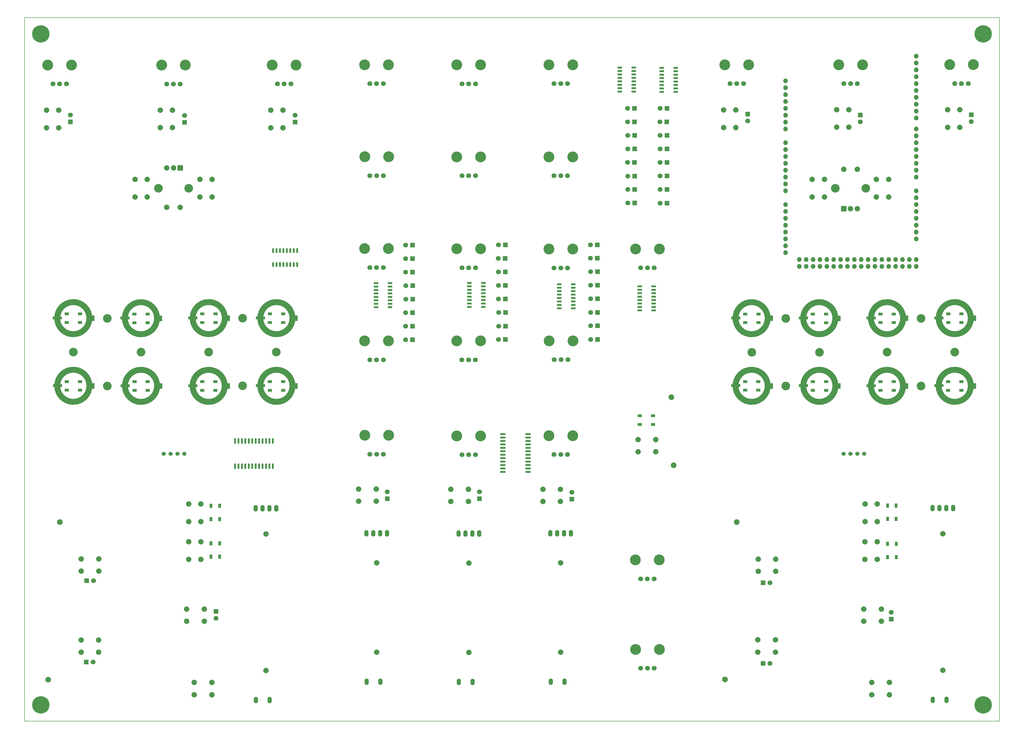
<source format=gbr>
%TF.GenerationSoftware,KiCad,Pcbnew,(5.99.0-11071-g7fde05e8ee)*%
%TF.CreationDate,2021-07-29T16:05:04+02:00*%
%TF.ProjectId,Mixduino,4d697864-7569-46e6-9f2e-6b696361645f,rev?*%
%TF.SameCoordinates,Original*%
%TF.FileFunction,Soldermask,Top*%
%TF.FilePolarity,Negative*%
%FSLAX46Y46*%
G04 Gerber Fmt 4.6, Leading zero omitted, Abs format (unit mm)*
G04 Created by KiCad (PCBNEW (5.99.0-11071-g7fde05e8ee)) date 2021-07-29 16:05:04*
%MOMM*%
%LPD*%
G01*
G04 APERTURE LIST*
G04 Aperture macros list*
%AMRoundRect*
0 Rectangle with rounded corners*
0 $1 Rounding radius*
0 $2 $3 $4 $5 $6 $7 $8 $9 X,Y pos of 4 corners*
0 Add a 4 corners polygon primitive as box body*
4,1,4,$2,$3,$4,$5,$6,$7,$8,$9,$2,$3,0*
0 Add four circle primitives for the rounded corners*
1,1,$1+$1,$2,$3*
1,1,$1+$1,$4,$5*
1,1,$1+$1,$6,$7*
1,1,$1+$1,$8,$9*
0 Add four rect primitives between the rounded corners*
20,1,$1+$1,$2,$3,$4,$5,0*
20,1,$1+$1,$4,$5,$6,$7,0*
20,1,$1+$1,$6,$7,$8,$9,0*
20,1,$1+$1,$8,$9,$2,$3,0*%
G04 Aperture macros list end*
%TA.AperFunction,Profile*%
%ADD10C,0.150000*%
%TD*%
%ADD11C,2.200000*%
%ADD12O,1.727200X1.727200*%
%ADD13RoundRect,0.150000X0.725000X0.150000X-0.725000X0.150000X-0.725000X-0.150000X0.725000X-0.150000X0*%
%ADD14R,1.800000X1.800000*%
%ADD15C,1.800000*%
%ADD16C,2.000000*%
%ADD17O,1.600000X2.400000*%
%ADD18O,1.600000X2.462000*%
%ADD19C,2.100000*%
%ADD20R,1.500000X1.000000*%
%ADD21R,3.500000X0.989531*%
%ADD22R,1.000000X2.000000*%
%ADD23C,6.400000*%
%ADD24C,3.600000*%
%ADD25C,3.200000*%
%ADD26C,4.000000*%
%ADD27C,1.524000*%
%ADD28R,2.000000X2.000000*%
%ADD29RoundRect,0.150000X0.150000X-0.875000X0.150000X0.875000X-0.150000X0.875000X-0.150000X-0.875000X0*%
%ADD30RoundRect,0.150000X0.150000X-0.725000X0.150000X0.725000X-0.150000X0.725000X-0.150000X-0.725000X0*%
%ADD31R,1.000000X1.500000*%
%ADD32RoundRect,0.150000X-0.725000X-0.150000X0.725000X-0.150000X0.725000X0.150000X-0.725000X0.150000X0*%
%ADD33RoundRect,0.150000X-0.875000X-0.150000X0.875000X-0.150000X0.875000X0.150000X-0.875000X0.150000X0*%
G04 APERTURE END LIST*
D10*
X479000000Y-311000000D02*
X119000000Y-311000000D01*
X119000000Y-311000000D02*
X119000000Y-51000000D01*
X479000000Y-51000000D02*
X479000000Y-311000000D01*
X119000000Y-51000000D02*
X479000000Y-51000000D01*
D11*
%TO.C,SW22*%
X142930000Y-187030000D02*
G75*
G03*
X142930000Y-187030000I-5939697J0D01*
G01*
%TO.C,SW1*%
X142920000Y-162030000D02*
G75*
G03*
X142920000Y-162030000I-5939697J0D01*
G01*
%TO.C,SW6*%
X167905000Y-162054900D02*
G75*
G03*
X167905000Y-162054900I-5939697J0D01*
G01*
%TO.C,SW38*%
X217925000Y-187044900D02*
G75*
G03*
X217925000Y-187044900I-5939697J0D01*
G01*
%TO.C,SW17*%
X217925000Y-162024900D02*
G75*
G03*
X217925000Y-162024900I-5939697J0D01*
G01*
%TO.C,SW7*%
X418385000Y-162054900D02*
G75*
G03*
X418385000Y-162054900I-5939697J0D01*
G01*
%TO.C,SW35*%
X468405000Y-187034900D02*
G75*
G03*
X468405000Y-187034900I-5939697J0D01*
G01*
%TO.C,SW18*%
X468410000Y-162020000D02*
G75*
G03*
X468410000Y-162020000I-5939697J0D01*
G01*
%TO.C,SW15*%
X443405000Y-162044900D02*
G75*
G03*
X443405000Y-162044900I-5939697J0D01*
G01*
%TO.C,SW32*%
X192905000Y-187054900D02*
G75*
G03*
X192905000Y-187054900I-5939697J0D01*
G01*
%TO.C,SW27*%
X418415000Y-187044900D02*
G75*
G03*
X418415000Y-187044900I-5939697J0D01*
G01*
%TO.C,SW31*%
X443385000Y-187054900D02*
G75*
G03*
X443385000Y-187054900I-5939697J0D01*
G01*
%TO.C,SW11*%
X192940000Y-162010000D02*
G75*
G03*
X192940000Y-162010000I-5939697J0D01*
G01*
%TO.C,SW2*%
X393395000Y-162044900D02*
G75*
G03*
X393395000Y-162044900I-5939697J0D01*
G01*
%TO.C,SW28*%
X167935000Y-187054900D02*
G75*
G03*
X167935000Y-187054900I-5939697J0D01*
G01*
%TO.C,SW23*%
X393400000Y-187040000D02*
G75*
G03*
X393400000Y-187040000I-5939697J0D01*
G01*
%TD*%
D12*
%TO.C,XA1*%
X399957500Y-74315000D03*
X399957500Y-81935000D03*
X399957500Y-84475000D03*
X448217500Y-140355000D03*
X448217500Y-142895000D03*
X399957500Y-97175000D03*
X399957500Y-99715000D03*
X399957500Y-102255000D03*
X399957500Y-104795000D03*
X399957500Y-107335000D03*
X399957500Y-109875000D03*
X399957500Y-112415000D03*
X399957500Y-114955000D03*
X399957500Y-120035000D03*
X399957500Y-122575000D03*
X399957500Y-125115000D03*
X399957500Y-127655000D03*
X399957500Y-130195000D03*
X399957500Y-132735000D03*
X399957500Y-135275000D03*
X399957500Y-137815000D03*
X448217500Y-70251000D03*
X448217500Y-109875000D03*
X448217500Y-107335000D03*
X448217500Y-104795000D03*
X448217500Y-102255000D03*
X448217500Y-99715000D03*
X448217500Y-97175000D03*
X448217500Y-94635000D03*
X448217500Y-92095000D03*
X448217500Y-88031000D03*
X448217500Y-85491000D03*
X448217500Y-82951000D03*
X448217500Y-80411000D03*
X448217500Y-77871000D03*
X448217500Y-75331000D03*
X448217500Y-114955000D03*
X448217500Y-117495000D03*
X448217500Y-120035000D03*
X448217500Y-122575000D03*
X448217500Y-125115000D03*
X448217500Y-127655000D03*
X448217500Y-130195000D03*
X448217500Y-132735000D03*
X445677500Y-140355000D03*
X445677500Y-142895000D03*
X443137500Y-140355000D03*
X443137500Y-142895000D03*
X440597500Y-140355000D03*
X440597500Y-142895000D03*
X438057500Y-140355000D03*
X438057500Y-142895000D03*
X435517500Y-140355000D03*
X435517500Y-142895000D03*
X432977500Y-140355000D03*
X432977500Y-142895000D03*
X430437500Y-140355000D03*
X430437500Y-142895000D03*
X427897500Y-140355000D03*
X427897500Y-142895000D03*
X425357500Y-140355000D03*
X425357500Y-142895000D03*
X422817500Y-140355000D03*
X422817500Y-142895000D03*
X420277500Y-140355000D03*
X420277500Y-142895000D03*
X417737500Y-140355000D03*
X417737500Y-142895000D03*
X415197500Y-140355000D03*
X415197500Y-142895000D03*
X412657500Y-140355000D03*
X412657500Y-142895000D03*
X410117500Y-140355000D03*
X410117500Y-142895000D03*
X407577500Y-140355000D03*
X407577500Y-142895000D03*
X448217500Y-72791000D03*
X399957500Y-87015000D03*
X399957500Y-89555000D03*
X405037500Y-140355000D03*
X405037500Y-142895000D03*
X399957500Y-76855000D03*
X399957500Y-79395000D03*
X448217500Y-65171000D03*
X448217500Y-67711000D03*
X399957500Y-92095000D03*
%TD*%
D13*
%TO.C,UVU-LINE3*%
X321580000Y-158380000D03*
X321580000Y-157110000D03*
X321580000Y-155840000D03*
X321580000Y-154570000D03*
X321580000Y-153300000D03*
X321580000Y-152030000D03*
X321580000Y-150760000D03*
X321580000Y-149490000D03*
X316430000Y-149490000D03*
X316430000Y-150760000D03*
X316430000Y-152030000D03*
X316430000Y-153300000D03*
X316430000Y-154570000D03*
X316430000Y-155840000D03*
X316430000Y-157110000D03*
X316430000Y-158380000D03*
%TD*%
D14*
%TO.C,D17*%
X296535000Y-154950000D03*
D15*
X293995000Y-154950000D03*
%TD*%
D16*
%TO.C,SW44*%
X428868839Y-274080000D03*
X435368839Y-274080000D03*
X435368839Y-269580000D03*
X428868839Y-269580000D03*
%TD*%
%TO.C,SW19*%
X179570000Y-244690000D03*
X179570000Y-251190000D03*
X184070000Y-244690000D03*
X184070000Y-251190000D03*
%TD*%
%TO.C,RV1*%
X249000000Y-285500000D03*
X249000000Y-252500000D03*
D17*
X245190000Y-241568000D03*
X250270000Y-241568000D03*
X247730000Y-241568000D03*
D18*
X252810000Y-241568000D03*
D17*
X250380000Y-296432000D03*
X245300000Y-296432000D03*
%TD*%
D14*
%TO.C,D14*%
X296530000Y-169960000D03*
D15*
X293990000Y-169960000D03*
%TD*%
D19*
%TO.C,REF\u002A\u002A*%
X127700000Y-295620000D03*
%TD*%
D20*
%TO.C,NP2*%
X159555000Y-160504900D03*
X159555000Y-163704900D03*
X164455000Y-163704900D03*
X164455000Y-160504900D03*
%TD*%
D16*
%TO.C,SW8*%
X146400000Y-251010000D03*
X139900000Y-251010000D03*
X139900000Y-255510000D03*
X146400000Y-255510000D03*
%TD*%
D21*
%TO.C,SW22*%
X131130000Y-186959531D03*
D22*
X144330000Y-187070000D03*
%TD*%
D20*
%TO.C,NP19*%
X346150000Y-198100000D03*
X346150000Y-201300000D03*
X351050000Y-201300000D03*
X351050000Y-198100000D03*
%TD*%
D14*
%TO.C,D3*%
X262245000Y-159990000D03*
D15*
X259705000Y-159990000D03*
%TD*%
D23*
%TO.C,REF\u002A\u002A*%
X473000000Y-57000000D03*
D24*
X473000000Y-57000000D03*
%TD*%
D16*
%TO.C,SW21*%
X352030000Y-211390000D03*
X345530000Y-211390000D03*
X345530000Y-206890000D03*
X352030000Y-206890000D03*
%TD*%
D20*
%TO.C,NP13*%
X410065000Y-185510000D03*
X410065000Y-188710000D03*
X414965000Y-188710000D03*
X414965000Y-185510000D03*
%TD*%
D25*
%TO.C,REF\u002A\u002A*%
X149520000Y-162090000D03*
%TD*%
D16*
%TO.C,SW14*%
X316880000Y-225270000D03*
X310380000Y-225270000D03*
X310380000Y-229770000D03*
X316880000Y-229770000D03*
%TD*%
D26*
%TO.C,RV20*%
X136350000Y-68470000D03*
X127550000Y-68470000D03*
D15*
X134450000Y-75470000D03*
X131950000Y-75470000D03*
X129450000Y-75470000D03*
%TD*%
D20*
%TO.C,NP1*%
X134570000Y-160480000D03*
X134570000Y-163680000D03*
X139470000Y-163680000D03*
X139470000Y-160480000D03*
%TD*%
D26*
%TO.C,RV22*%
X210460000Y-68460000D03*
X219260000Y-68460000D03*
D15*
X217360000Y-75460000D03*
X214860000Y-75460000D03*
X212360000Y-75460000D03*
%TD*%
D27*
%TO.C,TB1*%
X170390000Y-212180000D03*
X172930000Y-212180000D03*
X175470000Y-212180000D03*
X178010000Y-212180000D03*
%TD*%
D19*
%TO.C,REF\u002A\u002A*%
X377670000Y-295600000D03*
%TD*%
D16*
%TO.C,SW33*%
X169090000Y-85140000D03*
X169090000Y-91640000D03*
X173590000Y-85140000D03*
X173590000Y-91640000D03*
%TD*%
%TO.C,SW25*%
X433840000Y-237250000D03*
X433840000Y-230750000D03*
X429340000Y-237250000D03*
X429340000Y-230750000D03*
%TD*%
%TO.C,RV7*%
X283080000Y-252570000D03*
X283080000Y-285570000D03*
D17*
X284350000Y-241638000D03*
X279270000Y-241638000D03*
D18*
X286890000Y-241638000D03*
D17*
X281810000Y-241638000D03*
X279380000Y-296502000D03*
X284460000Y-296502000D03*
%TD*%
D14*
%TO.C,D38*%
X344265000Y-119500000D03*
D15*
X341725000Y-119500000D03*
%TD*%
D21*
%TO.C,SW1*%
X131120000Y-161959531D03*
D22*
X144320000Y-162070000D03*
%TD*%
D14*
%TO.C,D22*%
X252910000Y-228735000D03*
D15*
X252910000Y-226195000D03*
%TD*%
D14*
%TO.C,D54*%
X189685363Y-270450904D03*
D15*
X189685363Y-272990904D03*
%TD*%
D21*
%TO.C,SW6*%
X156105000Y-161984431D03*
D22*
X169305000Y-162094900D03*
%TD*%
D19*
%TO.C,REF\u002A\u002A*%
X132000000Y-237430000D03*
%TD*%
D16*
%TO.C,SW12*%
X181662000Y-296708000D03*
X188162000Y-296708000D03*
X181662000Y-301208000D03*
X188162000Y-301208000D03*
%TD*%
D14*
%TO.C,D46*%
X356255000Y-119510000D03*
D15*
X353715000Y-119510000D03*
%TD*%
D26*
%TO.C,RV8*%
X287400000Y-205550000D03*
X278600000Y-205550000D03*
D15*
X285500000Y-212550000D03*
X283000000Y-212550000D03*
X280500000Y-212550000D03*
%TD*%
D26*
%TO.C,RV12*%
X278610000Y-68440000D03*
X287410000Y-68440000D03*
D15*
X285510000Y-75440000D03*
X283010000Y-75440000D03*
X280510000Y-75440000D03*
%TD*%
D14*
%TO.C,D9*%
X141765000Y-289150000D03*
D15*
X144305000Y-289150000D03*
%TD*%
D14*
%TO.C,D31*%
X330585000Y-164880000D03*
D15*
X328045000Y-164880000D03*
%TD*%
D14*
%TO.C,D1*%
X262265000Y-170020000D03*
D15*
X259725000Y-170020000D03*
%TD*%
D14*
%TO.C,D25*%
X391675000Y-289630000D03*
D15*
X394215000Y-289630000D03*
%TD*%
D14*
%TO.C,D37*%
X330505000Y-134930000D03*
D15*
X327965000Y-134930000D03*
%TD*%
D14*
%TO.C,D49*%
X356185000Y-104450000D03*
D15*
X353645000Y-104450000D03*
%TD*%
D16*
%TO.C,RV23*%
X458100000Y-241720000D03*
X458100000Y-292220000D03*
D17*
X459370000Y-232220000D03*
X454290000Y-232220000D03*
D18*
X461910000Y-232220000D03*
D17*
X456830000Y-232220000D03*
X459400000Y-303120000D03*
X454320000Y-303120000D03*
%TD*%
D25*
%TO.C,REF\u002A\u002A*%
X211980000Y-174570000D03*
%TD*%
D21*
%TO.C,SW38*%
X206125000Y-186974431D03*
D22*
X219325000Y-187084900D03*
%TD*%
D16*
%TO.C,SW4*%
X396260000Y-280960000D03*
X389760000Y-280960000D03*
X396260000Y-285460000D03*
X389760000Y-285460000D03*
%TD*%
%TO.C,SW41*%
X159780000Y-117280000D03*
X159780000Y-110780000D03*
X164280000Y-110780000D03*
X164280000Y-117280000D03*
%TD*%
D14*
%TO.C,D11*%
X135900000Y-89475000D03*
D15*
X135900000Y-86935000D03*
%TD*%
D26*
%TO.C,RV11*%
X278590000Y-102400000D03*
X287390000Y-102400000D03*
D15*
X285490000Y-109400000D03*
X282990000Y-109400000D03*
X280490000Y-109400000D03*
%TD*%
D14*
%TO.C,D41*%
X344225000Y-104500000D03*
D15*
X341685000Y-104500000D03*
%TD*%
D14*
%TO.C,D16*%
X296575000Y-159970000D03*
D15*
X294035000Y-159970000D03*
%TD*%
D28*
%TO.C,SW26*%
X421490000Y-121550000D03*
D16*
X426490000Y-121550000D03*
X423990000Y-121550000D03*
D25*
X429590000Y-114050000D03*
X418390000Y-114050000D03*
D16*
X426490000Y-107050000D03*
X421490000Y-107050000D03*
%TD*%
D25*
%TO.C,REF\u002A\u002A*%
X186980000Y-174580000D03*
%TD*%
D14*
%TO.C,D55*%
X439050000Y-273305000D03*
D15*
X439050000Y-270765000D03*
%TD*%
D14*
%TO.C,D27*%
X386004000Y-86583000D03*
D15*
X386004000Y-89123000D03*
%TD*%
D25*
%TO.C,REF\u002A\u002A*%
X400050000Y-162120000D03*
%TD*%
D14*
%TO.C,D4*%
X262285000Y-155000000D03*
D15*
X259745000Y-155000000D03*
%TD*%
D14*
%TO.C,D30*%
X330535000Y-169890000D03*
D15*
X327995000Y-169890000D03*
%TD*%
D25*
%TO.C,REF\u002A\u002A*%
X387560000Y-174620000D03*
%TD*%
D24*
%TO.C,REF\u002A\u002A*%
X125000000Y-57000000D03*
D23*
X125000000Y-57000000D03*
%TD*%
D14*
%TO.C,D21*%
X296485000Y-134950000D03*
D15*
X293945000Y-134950000D03*
%TD*%
D16*
%TO.C,SW13*%
X438352000Y-296708000D03*
X431852000Y-296708000D03*
X438352000Y-301208000D03*
X431852000Y-301208000D03*
%TD*%
D21*
%TO.C,SW17*%
X206125000Y-161954431D03*
D22*
X219325000Y-162064900D03*
%TD*%
D29*
%TO.C,IC-MPLEX-2*%
X196723000Y-216740000D03*
X197993000Y-216740000D03*
X199263000Y-216740000D03*
X200533000Y-216740000D03*
X201803000Y-216740000D03*
X203073000Y-216740000D03*
X204343000Y-216740000D03*
X205613000Y-216740000D03*
X206883000Y-216740000D03*
X208153000Y-216740000D03*
X209423000Y-216740000D03*
X210693000Y-216740000D03*
X210693000Y-207440000D03*
X209423000Y-207440000D03*
X208153000Y-207440000D03*
X206883000Y-207440000D03*
X205613000Y-207440000D03*
X204343000Y-207440000D03*
X203073000Y-207440000D03*
X201803000Y-207440000D03*
X200533000Y-207440000D03*
X199263000Y-207440000D03*
X197993000Y-207440000D03*
X196723000Y-207440000D03*
%TD*%
D19*
%TO.C,REF\u002A\u002A*%
X381960000Y-237410000D03*
%TD*%
D14*
%TO.C,D50*%
X356225000Y-99490000D03*
D15*
X353685000Y-99490000D03*
%TD*%
D16*
%TO.C,SW3*%
X139860000Y-281010000D03*
X146360000Y-281010000D03*
X146360000Y-285510000D03*
X139860000Y-285510000D03*
%TD*%
%TO.C,SW34*%
X423334000Y-91458000D03*
X423334000Y-84958000D03*
X418834000Y-91458000D03*
X418834000Y-84958000D03*
%TD*%
D25*
%TO.C,REF\u002A\u002A*%
X462510000Y-174590000D03*
%TD*%
D16*
%TO.C,SW43*%
X178850000Y-269550000D03*
X185350000Y-269550000D03*
X185350000Y-274050000D03*
X178850000Y-274050000D03*
%TD*%
D26*
%TO.C,RV24*%
X386390000Y-68380000D03*
X377590000Y-68380000D03*
D15*
X384490000Y-75380000D03*
X381990000Y-75380000D03*
X379490000Y-75380000D03*
%TD*%
D14*
%TO.C,D12*%
X178060000Y-89625000D03*
D15*
X178060000Y-87085000D03*
%TD*%
D26*
%TO.C,RV5*%
X253390000Y-102380000D03*
X244590000Y-102380000D03*
D15*
X251490000Y-109380000D03*
X248990000Y-109380000D03*
X246490000Y-109380000D03*
%TD*%
D26*
%TO.C,RV17*%
X321400000Y-102420000D03*
X312600000Y-102420000D03*
D15*
X319500000Y-109420000D03*
X317000000Y-109420000D03*
X314500000Y-109420000D03*
%TD*%
D14*
%TO.C,D8*%
X262245000Y-135010000D03*
D15*
X259705000Y-135010000D03*
%TD*%
D21*
%TO.C,SW7*%
X406585000Y-161984431D03*
D22*
X419785000Y-162094900D03*
%TD*%
D20*
%TO.C,NP7*%
X184555000Y-185504900D03*
X184555000Y-188704900D03*
X189455000Y-188704900D03*
X189455000Y-185504900D03*
%TD*%
D14*
%TO.C,D44*%
X344210000Y-89520000D03*
D15*
X341670000Y-89520000D03*
%TD*%
D30*
%TO.C,U-LEDS1*%
X210755000Y-142225000D03*
X212025000Y-142225000D03*
X213295000Y-142225000D03*
X214565000Y-142225000D03*
X215835000Y-142225000D03*
X217105000Y-142225000D03*
X218375000Y-142225000D03*
X219645000Y-142225000D03*
X219645000Y-137075000D03*
X218375000Y-137075000D03*
X217105000Y-137075000D03*
X215835000Y-137075000D03*
X214565000Y-137075000D03*
X213295000Y-137075000D03*
X212025000Y-137075000D03*
X210755000Y-137075000D03*
%TD*%
D14*
%TO.C,D48*%
X356225000Y-109500000D03*
D15*
X353685000Y-109500000D03*
%TD*%
D14*
%TO.C,D35*%
X330535000Y-144890000D03*
D15*
X327995000Y-144890000D03*
%TD*%
D14*
%TO.C,D13*%
X218910000Y-89545000D03*
D15*
X218910000Y-87005000D03*
%TD*%
D25*
%TO.C,REF\u002A\u002A*%
X450000000Y-162100000D03*
%TD*%
D16*
%TO.C,SW9*%
X396380000Y-251080000D03*
X389880000Y-251080000D03*
X389880000Y-255580000D03*
X396380000Y-255580000D03*
%TD*%
D26*
%TO.C,RV25*%
X428410000Y-68390000D03*
X419610000Y-68390000D03*
D15*
X426510000Y-75390000D03*
X424010000Y-75390000D03*
X421510000Y-75390000D03*
%TD*%
D16*
%TO.C,SW36*%
X209870000Y-91680000D03*
X209870000Y-85180000D03*
X214370000Y-85180000D03*
X214370000Y-91680000D03*
%TD*%
D14*
%TO.C,D20*%
X296435000Y-139960000D03*
D15*
X293895000Y-139960000D03*
%TD*%
D26*
%TO.C,RV10*%
X278600000Y-136430000D03*
X287400000Y-136430000D03*
D15*
X285500000Y-143430000D03*
X283000000Y-143430000D03*
X280500000Y-143430000D03*
%TD*%
D16*
%TO.C,SW42*%
X409840000Y-117230000D03*
X409840000Y-110730000D03*
X414340000Y-117230000D03*
X414340000Y-110730000D03*
%TD*%
D14*
%TO.C,D53*%
X356195000Y-84490000D03*
D15*
X353655000Y-84490000D03*
%TD*%
D21*
%TO.C,SW35*%
X456605000Y-186964431D03*
D22*
X469805000Y-187074900D03*
%TD*%
D21*
%TO.C,SW18*%
X456610000Y-161949531D03*
D22*
X469810000Y-162060000D03*
%TD*%
D16*
%TO.C,RV13*%
X316970000Y-285450000D03*
X316970000Y-252450000D03*
D17*
X318240000Y-241518000D03*
X313160000Y-241518000D03*
X315700000Y-241518000D03*
D18*
X320780000Y-241518000D03*
D17*
X318350000Y-296382000D03*
X313270000Y-296382000D03*
%TD*%
D14*
%TO.C,D43*%
X344260000Y-94470000D03*
D15*
X341720000Y-94470000D03*
%TD*%
D26*
%TO.C,RV18*%
X312610000Y-68380000D03*
X321410000Y-68380000D03*
D15*
X319510000Y-75380000D03*
X317010000Y-75380000D03*
X314510000Y-75380000D03*
%TD*%
D16*
%TO.C,SW30*%
X377130000Y-85110000D03*
X377130000Y-91610000D03*
X381630000Y-85110000D03*
X381630000Y-91610000D03*
%TD*%
D25*
%TO.C,REF\u002A\u002A*%
X137030000Y-174600000D03*
%TD*%
D13*
%TO.C,U-LEDSR1*%
X351275000Y-159145000D03*
X351275000Y-157875000D03*
X351275000Y-156605000D03*
X351275000Y-155335000D03*
X351275000Y-154065000D03*
X351275000Y-152795000D03*
X351275000Y-151525000D03*
X351275000Y-150255000D03*
X346125000Y-150255000D03*
X346125000Y-151525000D03*
X346125000Y-152795000D03*
X346125000Y-154065000D03*
X346125000Y-155335000D03*
X346125000Y-156605000D03*
X346125000Y-157875000D03*
X346125000Y-159145000D03*
%TD*%
D26*
%TO.C,RV9*%
X287370000Y-170460000D03*
X278570000Y-170460000D03*
D15*
X285470000Y-177460000D03*
X282970000Y-177460000D03*
X280470000Y-177460000D03*
%TD*%
D16*
%TO.C,SW37*%
X459824000Y-91528000D03*
X459824000Y-85028000D03*
X464324000Y-85028000D03*
X464324000Y-91528000D03*
%TD*%
D25*
%TO.C,REF\u002A\u002A*%
X162020000Y-174580000D03*
%TD*%
D20*
%TO.C,NP5*%
X134580000Y-185460000D03*
X134580000Y-188660000D03*
X139480000Y-188660000D03*
X139480000Y-185460000D03*
%TD*%
D31*
%TO.C,NP9*%
X187830000Y-236270000D03*
X191030000Y-236270000D03*
X191030000Y-231370000D03*
X187830000Y-231370000D03*
%TD*%
D26*
%TO.C,RV4*%
X253350000Y-136330000D03*
X244550000Y-136330000D03*
D15*
X251450000Y-143330000D03*
X248950000Y-143330000D03*
X246450000Y-143330000D03*
%TD*%
D20*
%TO.C,NP16*%
X435055000Y-160494900D03*
X435055000Y-163694900D03*
X439955000Y-163694900D03*
X439955000Y-160494900D03*
%TD*%
%TO.C,NP3*%
X184590000Y-160460000D03*
X184590000Y-163660000D03*
X189490000Y-163660000D03*
X189490000Y-160460000D03*
%TD*%
%TO.C,NP14*%
X385050000Y-185470000D03*
X385050000Y-188670000D03*
X389950000Y-188670000D03*
X389950000Y-185470000D03*
%TD*%
D19*
%TO.C,REF\u002A\u002A*%
X357790000Y-191260000D03*
%TD*%
D14*
%TO.C,D26*%
X391663000Y-259842000D03*
D15*
X394203000Y-259842000D03*
%TD*%
D16*
%TO.C,SW39*%
X188270000Y-110770000D03*
X188270000Y-117270000D03*
X183770000Y-110770000D03*
X183770000Y-117270000D03*
%TD*%
D25*
%TO.C,REF\u002A\u002A*%
X412550000Y-174620000D03*
%TD*%
D20*
%TO.C,NP8*%
X209590000Y-185480000D03*
X209590000Y-188680000D03*
X214490000Y-188680000D03*
X214490000Y-185480000D03*
%TD*%
%TO.C,NP12*%
X435030000Y-185490000D03*
X435030000Y-188690000D03*
X439930000Y-188690000D03*
X439930000Y-185490000D03*
%TD*%
D31*
%TO.C,NP10*%
X187840000Y-250170000D03*
X191040000Y-250170000D03*
X191040000Y-245270000D03*
X187840000Y-245270000D03*
%TD*%
D14*
%TO.C,D32*%
X330555000Y-159890000D03*
D15*
X328015000Y-159890000D03*
%TD*%
D23*
%TO.C,REF\u002A\u002A*%
X125000000Y-305000000D03*
D24*
X125000000Y-305000000D03*
%TD*%
D25*
%TO.C,REF\u002A\u002A*%
X400060000Y-187090000D03*
%TD*%
D16*
%TO.C,RV19*%
X208170000Y-292300000D03*
X208170000Y-241800000D03*
D17*
X209440000Y-232300000D03*
X204360000Y-232300000D03*
X206900000Y-232300000D03*
D18*
X211980000Y-232300000D03*
D17*
X209470000Y-303200000D03*
X204390000Y-303200000D03*
%TD*%
D26*
%TO.C,RV14*%
X321400000Y-205450000D03*
X312600000Y-205450000D03*
D15*
X319500000Y-212450000D03*
X317000000Y-212450000D03*
X314500000Y-212450000D03*
%TD*%
D24*
%TO.C,REF\u002A\u002A*%
X473000000Y-305000000D03*
D23*
X473000000Y-305000000D03*
%TD*%
D26*
%TO.C,RV28*%
X344570000Y-251400000D03*
X353370000Y-251400000D03*
D15*
X351470000Y-258400000D03*
X348970000Y-258400000D03*
X346470000Y-258400000D03*
%TD*%
D14*
%TO.C,D10*%
X141925000Y-259090000D03*
D15*
X144465000Y-259090000D03*
%TD*%
D25*
%TO.C,REF\u002A\u002A*%
X437510000Y-174610000D03*
%TD*%
D14*
%TO.C,D29*%
X468564000Y-86883000D03*
D15*
X468564000Y-89423000D03*
%TD*%
D14*
%TO.C,D23*%
X286940000Y-228735000D03*
D15*
X286940000Y-226195000D03*
%TD*%
D14*
%TO.C,D6*%
X262270000Y-145010000D03*
D15*
X259730000Y-145010000D03*
%TD*%
D26*
%TO.C,RV27*%
X344610000Y-284440000D03*
X353410000Y-284440000D03*
D15*
X351510000Y-291440000D03*
X349010000Y-291440000D03*
X346510000Y-291440000D03*
%TD*%
D14*
%TO.C,D24*%
X321080000Y-228915000D03*
D15*
X321080000Y-226375000D03*
%TD*%
D21*
%TO.C,SW15*%
X431605000Y-161974431D03*
D22*
X444805000Y-162084900D03*
%TD*%
D26*
%TO.C,RV6*%
X253360000Y-68370000D03*
X244560000Y-68370000D03*
D15*
X251460000Y-75370000D03*
X248960000Y-75370000D03*
X246460000Y-75370000D03*
%TD*%
D31*
%TO.C,NP20*%
X437630000Y-236190000D03*
X440830000Y-236190000D03*
X440830000Y-231290000D03*
X437630000Y-231290000D03*
%TD*%
D14*
%TO.C,D33*%
X330555000Y-154880000D03*
D15*
X328015000Y-154880000D03*
%TD*%
D14*
%TO.C,D47*%
X356195000Y-114480000D03*
D15*
X353655000Y-114480000D03*
%TD*%
D26*
%TO.C,RV29*%
X344600000Y-136460000D03*
X353400000Y-136460000D03*
D15*
X351500000Y-143460000D03*
X349000000Y-143460000D03*
X346500000Y-143460000D03*
%TD*%
D14*
%TO.C,D36*%
X330485000Y-139860000D03*
D15*
X327945000Y-139860000D03*
%TD*%
D21*
%TO.C,SW32*%
X181105000Y-186984431D03*
D22*
X194305000Y-187094900D03*
%TD*%
D14*
%TO.C,D34*%
X330535000Y-149870000D03*
D15*
X327995000Y-149870000D03*
%TD*%
D20*
%TO.C,NP4*%
X209575000Y-160474900D03*
X209575000Y-163674900D03*
X214475000Y-163674900D03*
X214475000Y-160474900D03*
%TD*%
D14*
%TO.C,D18*%
X296555000Y-149950000D03*
D15*
X294015000Y-149950000D03*
%TD*%
D25*
%TO.C,REF\u002A\u002A*%
X199470000Y-162080000D03*
%TD*%
D14*
%TO.C,D15*%
X296575000Y-164990000D03*
D15*
X294035000Y-164990000D03*
%TD*%
D16*
%TO.C,SW10*%
X282880000Y-225270000D03*
X276380000Y-225270000D03*
X282880000Y-229770000D03*
X276380000Y-229770000D03*
%TD*%
D32*
%TO.C,UVU-MASTER-L1*%
X338801000Y-69455000D03*
X338801000Y-70725000D03*
X338801000Y-71995000D03*
X338801000Y-73265000D03*
X338801000Y-74535000D03*
X338801000Y-75805000D03*
X338801000Y-77075000D03*
X338801000Y-78345000D03*
X343951000Y-78345000D03*
X343951000Y-77075000D03*
X343951000Y-75805000D03*
X343951000Y-74535000D03*
X343951000Y-73265000D03*
X343951000Y-71995000D03*
X343951000Y-70725000D03*
X343951000Y-69455000D03*
%TD*%
D26*
%TO.C,RV15*%
X312700000Y-170400000D03*
X321500000Y-170400000D03*
D15*
X319600000Y-177400000D03*
X317100000Y-177400000D03*
X314600000Y-177400000D03*
%TD*%
D20*
%TO.C,NP6*%
X159585000Y-185504900D03*
X159585000Y-188704900D03*
X164485000Y-188704900D03*
X164485000Y-185504900D03*
%TD*%
D27*
%TO.C,TB2*%
X421390000Y-212180000D03*
X423930000Y-212180000D03*
X426470000Y-212180000D03*
X429010000Y-212180000D03*
%TD*%
D33*
%TO.C,IC-MPLEX-1*%
X295578000Y-204851000D03*
X295578000Y-206121000D03*
X295578000Y-207391000D03*
X295578000Y-208661000D03*
X295578000Y-209931000D03*
X295578000Y-211201000D03*
X295578000Y-212471000D03*
X295578000Y-213741000D03*
X295578000Y-215011000D03*
X295578000Y-216281000D03*
X295578000Y-217551000D03*
X295578000Y-218821000D03*
X304878000Y-218821000D03*
X304878000Y-217551000D03*
X304878000Y-216281000D03*
X304878000Y-215011000D03*
X304878000Y-213741000D03*
X304878000Y-212471000D03*
X304878000Y-211201000D03*
X304878000Y-209931000D03*
X304878000Y-208661000D03*
X304878000Y-207391000D03*
X304878000Y-206121000D03*
X304878000Y-204851000D03*
%TD*%
D20*
%TO.C,NP11*%
X460055000Y-185484900D03*
X460055000Y-188684900D03*
X464955000Y-188684900D03*
X464955000Y-185484900D03*
%TD*%
D32*
%TO.C,UVU-MASTER-R1*%
X354295000Y-69469000D03*
X354295000Y-70739000D03*
X354295000Y-72009000D03*
X354295000Y-73279000D03*
X354295000Y-74549000D03*
X354295000Y-75819000D03*
X354295000Y-77089000D03*
X354295000Y-78359000D03*
X359445000Y-78359000D03*
X359445000Y-77089000D03*
X359445000Y-75819000D03*
X359445000Y-74549000D03*
X359445000Y-73279000D03*
X359445000Y-72009000D03*
X359445000Y-70739000D03*
X359445000Y-69469000D03*
%TD*%
D26*
%TO.C,RV21*%
X169570000Y-68480000D03*
X178370000Y-68480000D03*
D15*
X176470000Y-75480000D03*
X173970000Y-75480000D03*
X171470000Y-75480000D03*
%TD*%
D14*
%TO.C,D40*%
X344305000Y-109520000D03*
D15*
X341765000Y-109520000D03*
%TD*%
D16*
%TO.C,SW20*%
X429320000Y-251200000D03*
X429320000Y-244700000D03*
X433820000Y-244700000D03*
X433820000Y-251200000D03*
%TD*%
D14*
%TO.C,D7*%
X262245000Y-140010000D03*
D15*
X259705000Y-140010000D03*
%TD*%
D20*
%TO.C,NP17*%
X410035000Y-160504900D03*
X410035000Y-163704900D03*
X414935000Y-163704900D03*
X414935000Y-160504900D03*
%TD*%
D14*
%TO.C,D51*%
X356225000Y-94480000D03*
D15*
X353685000Y-94480000D03*
%TD*%
D14*
%TO.C,D39*%
X344275000Y-114460000D03*
D15*
X341735000Y-114460000D03*
%TD*%
D20*
%TO.C,NP15*%
X460060000Y-160470000D03*
X460060000Y-163670000D03*
X464960000Y-163670000D03*
X464960000Y-160470000D03*
%TD*%
D19*
%TO.C,REF\u002A\u002A*%
X358650000Y-216370000D03*
%TD*%
D21*
%TO.C,SW27*%
X406615000Y-186974431D03*
D22*
X419815000Y-187084900D03*
%TD*%
D26*
%TO.C,RV2*%
X253410000Y-205350000D03*
X244610000Y-205350000D03*
D15*
X251510000Y-212350000D03*
X249010000Y-212350000D03*
X246510000Y-212350000D03*
%TD*%
D14*
%TO.C,D19*%
X296495000Y-144960000D03*
D15*
X293955000Y-144960000D03*
%TD*%
D26*
%TO.C,RV16*%
X312590000Y-136480000D03*
X321390000Y-136480000D03*
D15*
X319490000Y-143480000D03*
X316990000Y-143480000D03*
X314490000Y-143480000D03*
%TD*%
D14*
%TO.C,D42*%
X344255000Y-99490000D03*
D15*
X341715000Y-99490000D03*
%TD*%
D21*
%TO.C,SW31*%
X431585000Y-186984431D03*
D22*
X444785000Y-187094900D03*
%TD*%
D13*
%TO.C,UVU-LINE1*%
X253905000Y-157945000D03*
X253905000Y-156675000D03*
X253905000Y-155405000D03*
X253905000Y-154135000D03*
X253905000Y-152865000D03*
X253905000Y-151595000D03*
X253905000Y-150325000D03*
X253905000Y-149055000D03*
X248755000Y-149055000D03*
X248755000Y-150325000D03*
X248755000Y-151595000D03*
X248755000Y-152865000D03*
X248755000Y-154135000D03*
X248755000Y-155405000D03*
X248755000Y-156675000D03*
X248755000Y-157945000D03*
%TD*%
%TO.C,UVU-LINE2*%
X288425000Y-157895000D03*
X288425000Y-156625000D03*
X288425000Y-155355000D03*
X288425000Y-154085000D03*
X288425000Y-152815000D03*
X288425000Y-151545000D03*
X288425000Y-150275000D03*
X288425000Y-149005000D03*
X283275000Y-149005000D03*
X283275000Y-150275000D03*
X283275000Y-151545000D03*
X283275000Y-152815000D03*
X283275000Y-154085000D03*
X283275000Y-155355000D03*
X283275000Y-156625000D03*
X283275000Y-157895000D03*
%TD*%
D21*
%TO.C,SW11*%
X181140000Y-161939531D03*
D22*
X194340000Y-162050000D03*
%TD*%
D14*
%TO.C,D5*%
X262305000Y-150000000D03*
D15*
X259765000Y-150000000D03*
%TD*%
D14*
%TO.C,D28*%
X427554000Y-86928000D03*
D15*
X427554000Y-89468000D03*
%TD*%
D21*
%TO.C,SW2*%
X381595000Y-161974431D03*
D22*
X394795000Y-162084900D03*
%TD*%
D16*
%TO.C,SW40*%
X438050000Y-117270000D03*
X438050000Y-110770000D03*
X433550000Y-117270000D03*
X433550000Y-110770000D03*
%TD*%
D21*
%TO.C,SW28*%
X156135000Y-186984431D03*
D22*
X169335000Y-187094900D03*
%TD*%
D14*
%TO.C,D52*%
X356165000Y-89470000D03*
D15*
X353625000Y-89470000D03*
%TD*%
D28*
%TO.C,SW16*%
X176500000Y-106530000D03*
D16*
X171500000Y-106530000D03*
X174000000Y-106530000D03*
D25*
X179600000Y-114030000D03*
X168400000Y-114030000D03*
D16*
X171500000Y-121030000D03*
X176500000Y-121030000D03*
%TD*%
D21*
%TO.C,SW23*%
X381600000Y-186969531D03*
D22*
X394800000Y-187080000D03*
%TD*%
D31*
%TO.C,NP21*%
X437670000Y-250360000D03*
X440870000Y-250360000D03*
X440870000Y-245460000D03*
X437670000Y-245460000D03*
%TD*%
D25*
%TO.C,REF\u002A\u002A*%
X149520000Y-187070000D03*
%TD*%
D14*
%TO.C,D2*%
X262225000Y-165010000D03*
D15*
X259685000Y-165010000D03*
%TD*%
D16*
%TO.C,SW24*%
X179600000Y-230750000D03*
X179600000Y-237250000D03*
X184100000Y-230750000D03*
X184100000Y-237250000D03*
%TD*%
D25*
%TO.C,REF\u002A\u002A*%
X450020000Y-187090000D03*
%TD*%
D16*
%TO.C,SW5*%
X242370000Y-225220000D03*
X248870000Y-225220000D03*
X248870000Y-229720000D03*
X242370000Y-229720000D03*
%TD*%
D25*
%TO.C,REF\u002A\u002A*%
X199490000Y-187060000D03*
%TD*%
D14*
%TO.C,D45*%
X344205000Y-84520000D03*
D15*
X341665000Y-84520000D03*
%TD*%
D16*
%TO.C,SW29*%
X127080000Y-85150000D03*
X127080000Y-91650000D03*
X131580000Y-85150000D03*
X131580000Y-91650000D03*
%TD*%
D26*
%TO.C,RV3*%
X253380000Y-170420000D03*
X244580000Y-170420000D03*
D15*
X251480000Y-177420000D03*
X248980000Y-177420000D03*
X246480000Y-177420000D03*
%TD*%
D26*
%TO.C,RV26*%
X460570000Y-68330000D03*
X469370000Y-68330000D03*
D15*
X467470000Y-75330000D03*
X464970000Y-75330000D03*
X462470000Y-75330000D03*
%TD*%
D20*
%TO.C,NP18*%
X385060000Y-160490000D03*
X385060000Y-163690000D03*
X389960000Y-163690000D03*
X389960000Y-160490000D03*
%TD*%
M02*

</source>
